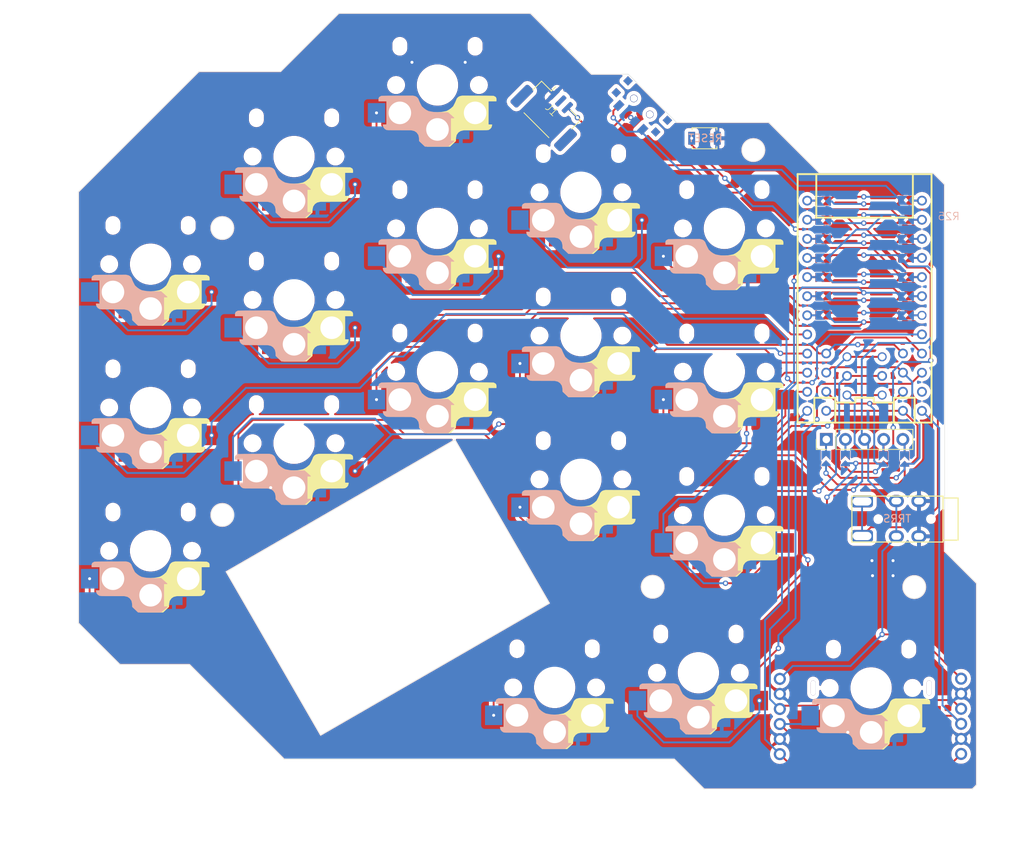
<source format=kicad_pcb>
(kicad_pcb (version 20240108) (generator "pcbnew") (generator_version "8.0")
  (layers (0 "F.Cu" signal) (31 "B.Cu" signal) (34 "B.Paste" user) (35 "F.Paste" user) (36 "B.SilkS" user "B.Silkscreen") (37 "F.SilkS" user "F.Silkscreen") (38 "B.Mask" user) (39 "F.Mask" user) (44 "Edge.Cuts" user))
  (net 0 "")
  (net 1 "/BT+")
  (net 2 "/TX")
  (net 4 "/KEY7")
  (net 5 "/KEY8")
  (net 6 "/KEY4")
  (net 7 "/KEY1")
  (net 8 "/KEY17")
  (net 9 "/KEY13")
  (net 10 "/KEY5")
  (net 11 "/KEY16")
  (net 12 "/KEY11")
  (net 13 "/KEY14")
  (net 14 "/KEY12")
  (net 15 "/KEY18")
  (net 16 "/KEY2")
  (net 17 "/KEY6")
  (net 18 "/KEY3")
  (net 19 "/raw")
  (net 20 "/KEY9")
  (net 21 "/KEY15")
  (net 22 "/reset")
  (net 23 "/KEY10")
  (net 24 "/vcc")
  (net 25 "Net-(nrf52840nano1-P0.31{slash}AIN7)")
  (net 27 "Net-(R13-Pad2)")
  (net 28 "/gnd")
  (net 29 "Net-(nrf52840nano1-P0.06)")
  (net 30 "Net-(nrf52840nano1-P0.17)")
  (net 31 "Net-(R12-Pad2)")
  (net 32 "Net-(nrf52840nano1-P0.02{slash}AIN0)")
  (net 33 "Net-(nrf52840nano1-P0.22)")
  (net 34 "Net-(nrf52840nano1-raw)")
  (net 35 "Net-(nrf52840nano1-P0.29{slash}AIN5)")
  (net 36 "Net-(nrf52840nano1-P0.20)")
  (net 37 "Net-(nrf52840nano1-VCC_EXT)")
  (net 38 "Net-(nrf52840nano1-P0.08)")
  (net 39 "Net-(nrf52840nano1-P0.18{slash}RST)")
  (net 40 "Net-(R18-Pad1)")
  (net 41 "/ad1")
  (net 42 "/ad2")
  (net 43 "/gndf")
  (net 46 "/SPI_SCK")
  (net 47 "/SPI_MOSI")
  (net 48 "/SPI_SS")
  (net 49 "Net-(J3-Pin_2)")
  (net 51 "Net-(J3-Pin_4)")
  (net 52 "Net-(J3-Pin_1)")
  (net 53 "Net-(J3-Pin_5)")
  (footprint "kbd:0r" (layer "F.Cu") (at 170.32 70.85)
    (property "Reference" "R16" (hide yes))
    (property "Value" "Rf" (hide yes))
  )
  (footprint "kbd:keyswitch_choc12_hotswap_1u_swap" (layer "F.Cu") (at 89.05 87.9)
    (property "Reference" "SW12" (hide yes))
    (property "Value" "SW_Push" (hide yes))
  )
  (footprint "kbd:keyswitch_choc12_hotswap_1u_swap" (layer "F.Cu") (at 146.2 59.35)
    (property "Reference" "SW5" (hide yes))
    (property "Value" "SW_Push" (hide yes))
  )
  (footprint "kbd:keyswitch_choc12_hotswap_1u_swap" (layer "F.Cu") (at 89.05 49.8)
    (property "Reference" "SW2" (hide yes))
    (property "Value" "SW_Push" (hide yes))
  )
  (footprint "kbd:xunpu_mx_1.25_3p" (layer "F.Cu") (at 122.910482 43.971751 -45)
    (property "Reference" "J1")
    (property "Value" "Conn_01x03")
  )
  (footprint "kbd:keyswitch_choc12_hotswap_1u_swap" (layer "F.Cu") (at 146.2 97.45)
    (property "Reference" "SW15" (hide yes))
    (property "Value" "SW_Push" (hide yes))
  )
  (footprint "kbd:0r" (layer "F.Cu") (at 159.32 68.31)
    (property "Reference" "R8" (hide yes))
    (property "Value" "Rf" (hide yes))
  )
  (footprint "kbd:0r" (layer "F.Cu") (at 170.32 63.23)
    (property "Reference" "R13" (hide yes))
    (property "Value" "Rf" (hide yes))
  )
  (footprint "kbd:0r" (layer "F.Cu") (at 159.32 65.87)
    (property "Reference" "R7" (hide yes))
    (property "Value" "Rf" (hide yes))
  )
  (footprint "kbd:SPDT_C128955" (layer "F.Cu") (at 135.234823 43.142855 -45)
    (property "Reference" "SW20" (hide yes))
    (property "Value" "Switch_SW_SPDT" (hide yes))
  )
  (footprint "kbd:keyswitch_choc12_hotswap_1u_swap" (layer "F.Cu") (at 127.15 92.7)
    (property "Reference" "SW14" (hide yes))
    (property "Value" "SW_Push" (hide yes))
  )
  (footprint "kbd:0r" (layer "F.Cu") (at 170.32 58.15)
    (property "Reference" "R11" (hide yes))
    (property "Value" "Rf" (hide yes))
  )
  (footprint "kbd:0r" (layer "F.Cu") (at 170.32 60.69)
    (property "Reference" "R12" (hide yes))
    (property "Value" "Rf" (hide yes))
  )
  (footprint "kbd:keyswitch_choc12_hotswap_1u_swap" (layer "F.Cu") (at 70 83.15)
    (property "Reference" "SW6" (hide yes))
    (property "Value" "SW_Push" (hide yes))
  )
  (footprint "kbd:0r" (layer "F.Cu") (at 162.75 103.5 180)
    (property "Reference" "R37" (hide yes))
    (property "Value" "R_Small" (hide yes))
  )
  (footprint "kbd:0r" (layer "F.Cu") (at 159.32 58.25)
    (property "Reference" "R4" (hide yes))
    (property "Value" "Rf" (hide yes))
  )
  (footprint "kbd:keyswitch_choc12_hotswap_1u_swap" (layer "F.Cu") (at 123.66 120.35)
    (property "Reference" "SW16" (hide yes))
    (property "Value" "SW_Push" (hide yes))
  )
  (footprint "kbd:0r" (layer "F.Cu") (at 170.15 89.975 90)
    (property "Reference" "R33" (hide yes))
    (property "Value" "Rf1" (hide yes))
  )
  (footprint "kbd:keyswitch_choc12_hotswap_1u_swap" (layer "F.Cu") (at 146.2 78.4)
    (property "Reference" "SW10" (hide yes))
    (property "Value" "SW_Push" (hide yes))
  )
  (footprint "kbd:keyswitch_choc12_hotswap_1u_swap" (layer "F.Cu") (at 108.1 40.3)
    (property "Reference" "SW3" (hide yes))
    (property "Value" "SW_Push" (hide yes))
  )
  (footprint "kbd:0r" (layer "F.Cu") (at 159.32 63.33)
    (property "Reference" "R6" (hide yes))
    (property "Value" "Rf" (hide yes))
  )
  (footprint "kbd:0r" (layer "F.Cu") (at 170.32 65.77)
    (property "Reference" "R14" (hide yes))
    (property "Value" "Rf" (hide yes))
  )
  (footprint "kbd:keyswitch_choc12_hotswap_1u_swap" (layer "F.Cu") (at 142.750001 118.400001)
    (property "Reference" "SW17" (hide yes))
    (property "Value" "SW_Push" (hide yes))
  )
  (footprint "kbd:keyswitch_choc12_hotswap_1u_swap" (layer "F.Cu") (at 108.1 78.4)
    (property "Reference" "SW13" (hide yes))
    (property "Value" "SW_Push" (hide yes))
  )
  (footprint "kbd:0r" (layer "F.Cu") (at 162.275 89.925 90)
    (property "Reference" "R35" (hide yes))
    (property "Value" "Rf1" (hide yes))
  )
  (footprint "kbd:keyswitch_choc12_hotswap_1u_swap_joy" (layer "F.Cu") (at 165.69 120.41)
    (property "Reference" "U1" (hide yes))
    (property "Value" "~" (hide yes))
  )
  (footprint "kbd:TRRS-PJ-320A-swap" (layer "F.Cu") (at 175.2375 97.925 -90)
    (property "Reference" "J4" (hide yes))
    (property "Value" "AudioJack3" (hide yes))
  )
  (footprint "kbd:0r" (layer "F.Cu") (at 170.32 68.31)
    (property "Reference" "R15" (hide yes))
    (property "Value" "Rf" (hide yes))
  )
  (footprint "kbd:0r" (layer "F.Cu") (at 167.35 89.925 90)
    (property "Reference" "R34" (hide yes))
    (property "Value" "Rf1" (hide yes))
  )
  (footprint "kbd:keyswitch_choc12_hotswap_1u_swap" (layer "F.Cu") (at 127.15 54.55)
    (property "Reference" "SW4" (hide yes))
    (property "Value" "SW_Push" (hide yes))
  )
  (footprint "kbd:52840NANO_V2_swap" (layer "F.Cu") (at 164.82 68.287)
    (property "Reference" "nrf52840nano1" (hide yes))
    (property "Value" "~" (hide yes))
  )
  (footprint "kbd:0r" (layer "F.Cu") (at 159.32 70.85)
    (property "Reference" "R9" (hide yes))
    (property "Value" "Rf" (hide yes))
  )
  (footprint "kbd:SW_SPST_B3U-1000P" (layer "F.Cu") (at 143.56 47.37)
    (property "Reference" "SW19" (hide yes))
    (property "Value" "SW_Push" (hide yes))
  )
  (footprint "kbd:keyswitch_choc12_hotswap_1u_swap" (layer "F.Cu") (at 127.15 73.6)
    (property "Reference" "SW9" (hide yes))
    (property "Value" "SW_Push" (hide yes))
  )
  (footprint "kbd:keyswitch_choc12_hotswap_1u_swap" (layer "F.Cu") (at 70 102.2)
    (property "Reference" "SW11" (hide yes))
    (property "Value" "SW_Push" (hide yes))
  )
  (footprint "kbd:0r" (layer "F.Cu") (at 159.7 89.9 90)
    (property "Reference" "R36" (hide yes))
    (property "Value" "Rf1" (hide yes))
  )
  (footprint "kbd:0r" (layer "F.Cu") (at 159.32 55.71)
    (property "Reference" "R3" (hide yes))
    (property "Value" "Rf" (hide yes))
  )
  (footprint "kbd:0r" (layer "F.Cu") (at 159.32 60.79)
    (property "Reference" "R5" (hide yes))
    (property "Value" "Rf" (hide yes))
  )
  (footprint "kbd:0r" (layer "F.Cu") (at 170.32 55.61)
    (property "Reference" "R10" (hide yes))
    (property "Value" "Rf" (hide yes))
  )
  (footprint "kbd:keyswitch_choc12_hotswap_1u_swap" (layer "F.Cu") (at 108.1 59.35)
    (property "Reference" "SW8" (hide yes))
    (property "Value" "SW_Push" (hide yes))
  )
  (footprint "kbd:keyswitch_choc12_hotswap_1u_swap" (layer "F.Cu") (at 89.05 68.85)
    (property "Reference" "SW7" (hide yes))
    (property "Value" "SW_Push" (hide yes))
  )
  (footprint "Connector_PinHeader_2.54mm:PinHeader_1x05_P2.54mm_Vertical" (layer "F.Cu") (at 159.74 87.39 90)
    (property "Reference" "J3" (hide yes))
    (property "Value" "Conn_01x05" (hide yes))
  )
  (footprint "kbd:keyswitch_choc12_hotswap_1u_swap" (layer "F.Cu") (at 70 64.1)
    (property "Reference" "SW1" (hide yes))
    (property "Value" "SW_Push" (hide yes))
  )
  (footprint "kbd:0r" (layer "F.Cu") (at 162.75 105.5 180)
    (property "Reference" "R37" (hide yes))
    (property "Value" "R_Small" (hide yes))
  )
  (footprint "kbd:0r_reverse" (layer "B.Cu") (at 159.3 55.75 180)
    (property "Reference" "R17" (hide yes))
    (property "Value" "Rb" (hide yes))
  )
  (footprint "kbd:0r" (layer "B.Cu") (at 162.275 89.9 90)
    (property "Reference" "R2" (hide yes))
    (property "Value" "Rb" (hide yes))
  )
  (footprint "kbd:0r_reverse" (layer "B.Cu") (at 159.3 65.82 180)
    (property "Reference" "R21" (hide yes))
    (property "Value" "Rb" (hide yes))
  )
  (footprint "kbd:0r_reverse" (layer "B.Cu") (at 159.3 63.28 180)
    (property "Reference" "R20" (hide yes))
    (property "Value" "Rb" (hide yes))
  )
  (footprint "kbd:0r_reverse" (layer "B.Cu") (at 170.32 55.61 180)
    (property "Reference" "R24" (hide yes))
    (property "Value" "Rb" (hide yes))
  )
  (footprint "kbd:0r_reverse" (layer "B.Cu") (at 159.3 70.9 180)
    (property "Reference" "R23" (hide yes))
    (property "Value" "Rb" (hide yes))
  )
  (footprint "kbd:0r_reverse" (layer "B.Cu") (at 170.32 63.33 180)
    (property "Reference" "R27" (hide yes))
    (property "Value" "Rb" (hide yes))
  )
  (footprint "kbd:0r" (layer "B.Cu") (at 159.7 89.9 90)
    (property "Reference" "R31" (hide yes))
    (property "Value" "Rb2" (hide yes))
  )
  (footprint "kbd:0r_reverse" (layer "B.Cu") (at 159.3 58.3 180)
    (property "Reference" "R18" (hide yes))
    (property "Value" "Rb" (hide yes))
  )
  (footprint "kbd:0r_reverse" (layer "B.Cu") (at 170.32 68.41 180)
    (property "Reference" "R29" (hide yes))
    (property "Value" "Rb" (hide yes))
  )
  (footprint "kbd:0r_reverse" (layer "B.Cu") (at 170.32 65.87 180)
    (property "Reference" "R28" (hide yes))
    (property "Value" "Rb" (hide yes))
  )
  (footprint "kbd:0r_reverse" (layer "B.Cu") (at 159.3 60.74 180)
    (property "Reference" "R19" (hide yes))
    (property "Value" "Rb" (hide yes))
  )
  (footprint "kbd:0r" (layer "B.Cu") (at 170.125 89.975 90)
    (property "Reference" "R32" (hide yes))
    (property "Value" "Rb" (hide yes))
  )
  (footprint "kbd:0r_reverse" (layer "B.Cu") (at 159.3 68.36 180)
    (property "Reference" "R22" (hide yes))
    (property "Value" "Rb" (hide yes))
  )
  (footprint "kbd:0r_reverse" (layer "B.Cu") (at 170.32 58.25 180)
    (property "Reference" "R25")
    (property "Value" "Rb")
  )
  (footprint "kbd:0r" (layer "B.Cu") (at 167.3 89.975 90)
    (property "Reference" "R1" (hide yes))
    (property "Value" "Rb" (hide yes))
  )
  (footprint "kbd:0r_reverse" (layer "B.Cu") (at 170.32 60.79 180)
    (property "Reference" "R26" (hide yes))
    (property "Value" "Rb" (hide yes))
  )
  (footprint "kbd:0r_reverse" (layer "B.Cu") (at 170.32 70.95 180)
    (property "Reference" "R30" (hide yes))
    (property "Value" "Rb" (hide yes))
  )
  (gr_line (start 60.4 54.5) (end 60.4 111.8) (stroke (width 0.05)) (layer "Edge.Cuts"))
  (gr_line (start 139.835826 45.260826) (end 133.428678 38.853678) (stroke (width 0.05)) (layer "Edge.Cuts"))
  (gr_line (start 179.15 133.85) (end 143.5 133.85) (stroke (width 0.05)) (layer "Edge.Cuts"))
  (gr_line (start 75.15 117.309369) (end 65.909369 117.309369) (stroke (width 0.05)) (layer "Edge.Cuts"))
  (gr_circle (center 79.525 97.425) (end 81.025 97.425) (stroke (width 0.05)) (fill none) (layer "Edge.Cuts"))
  (gr_line (start 139.835826 45.260826) (end 152.11 45.260826) (stroke (width 0.05)) (layer "Edge.Cuts"))
  (gr_line (start 175.45 53.5) (end 173.95 52) (stroke (width 0.05)) (layer "Edge.Cuts"))
  (gr_line (start 158.85 52) (end 155 48.15) (stroke (width 0.05)) (layer "Edge.Cuts"))
  (gr_line (start 139.55 129.9) (end 87.75 129.9) (stroke (width 0.05)) (layer "Edge.Cuts"))
  (gr_line (start 173.95 52) (end 158.85 52) (stroke (width 0.05)) (layer "Edge.Cuts"))
  (gr_line (start 60.4 54.5) (end 76.4 38.5) (stroke (width 0.05)) (layer "Edge.Cuts"))
  (gr_poly (pts (xy 80.059898 104.978573) (xy 110.414088 87.453573) (xy 122.939088 109.147509) (xy 92.584898 126.672509)) (stroke (width 0.05)) (fill none) (layer "Edge.Cuts"))
  (gr_circle (center 136.675 106.975) (end 138.175 106.975) (stroke (width 0.05)) (fill none) (layer "Edge.Cuts"))
  (gr_line (start 60.4 111.8) (end 65.909369 117.309369) (stroke (width 0.05)) (layer "Edge.Cuts"))
  (gr_line (start 133.425 38.85) (end 128.55 38.85) (stroke (width 0.05)) (layer "Edge.Cuts"))
  (gr_line (start 179.15 133.85) (end 179.7 133.3) (stroke (width 0.05)) (layer "Edge.Cuts"))
  (gr_line (start 87.75 129.9) (end 75.15 117.309369) (stroke (width 0.05)) (layer "Edge.Cuts"))
  (gr_circle (center 150.048918 48.938918) (end 151.548918 48.938918) (stroke (width 0.05)) (fill none) (layer "Edge.Cuts"))
  (gr_line (start 87.251812 38.498188) (end 76.4 38.498188) (stroke (width 0.05)) (layer "Edge.Cuts"))
  (gr_circle (center 79.525 59.3) (end 81.025 59.3) (stroke (width 0.05)) (fill none) (layer "Edge.Cuts"))
  (gr_line (start 120.45 30.75) (end 95 30.75) (stroke (width 0.05)) (layer "Edge.Cuts"))
  (gr_circle (center 171.42 107.01) (end 172.92 107.01) (stroke (width 0.05)) (fill none) (layer "Edge.Cuts"))
  (gr_line (start 120.45 30.75) (end 128.55 38.85) (stroke (width 0.05)) (layer "Edge.Cuts"))
  (gr_line (start 179.7 133.3) (end 179.7 106.5) (stroke (width 0.05)) (layer "Edge.Cuts"))
  (gr_line (start 143.5 133.85) (end 139.550092 129.900092) (stroke (width 0.05)) (layer "Edge.Cuts"))
  (gr_line (start 95 30.75) (end 87.251812 38.498188) (stroke (width 0.05)) (layer "Edge.Cuts"))
  (gr_line (start 152.110826 45.260826) (end 155 48.15) (stroke (width 0.05)) (layer "Edge.Cuts"))
  (gr_line (start 179.7 106.5) (end 175.45 102.25) (stroke (width 0.05)) (layer "Edge.Cuts"))
  (gr_line (start 175.45 102.25) (end 175.45 53.5) (stroke (width 0.05)) (layer "Edge.Cuts"))
  (segment (start 133.77 44.62) (end 133.77 44.612525) (width 0.25) (layer "F.Cu") (net 1))
  (segment (start 126.685 44.635) (end 125.35 43.3) (width 0.25) (layer "F.Cu") (net 1))
  (segment (start 127.795558 45.745558) (end 126.685 44.635) (width 0.25) (layer "F.Cu") (net 1))
  (segment (start 133.77 44.612525) (end 133.237246 44.079771) (width 0.25) (layer "F.Cu") (net 1))
  (segment (start 133.237246 44.079771) (end 131.571459 45.745558) (width 0.25) (layer "F.Cu") (net 1))
  (segment (start 131.571459 45.745558) (end 127.795558 45.745558) (width 0.25) (layer "F.Cu") (net 1))
  (via (at 126.685 44.635) (size 0.7) (drill 0.4) (layers "F.Cu" "B.Cu") (net 1))
  (via (at 133.77 44.62) (size 0.7) (drill 0.4) (layers "F.Cu" "B.Cu") (net 1))
  (segment (start 134.297907 45.140432) (end 134.290432 45.140432) (width 0.25) (layer "B.Cu") (net 1))
  (segment (start 134.290432 45.140432) (end 133.77 44.62) (width 0.25) (layer "B.Cu") (net 1))
  (segment (start 125.35 43.3) (end 126.685 44.635) (width 0.25) (layer "B.Cu") (net 1))
  (segment (start 169.18 56.1) (end 164.71 56.1) (width 0.25) (layer "F.Cu") (net 2))
  (segment (start 173.86 97.08) (end 172.97 97.08) (width 0.25) (layer "F.Cu") (net 2))
  (segment (start 169.67 55.61) (end 169.18 56.1) (width 0.25) (layer "F.Cu") (net 2))
  (segment (start 172.97 97.08) (end 170.99 99.06) (width 0.25) (layer "F.Cu") (net 2))
  (segment (start 165.583516 100.2375) (end 164.5875 100.2375) (width 0.25) (layer "F.Cu") (net 2))
  (segment (start 172.95 56.85) (end 174.55 58.45) (width 0.25) (layer "F.Cu") (net 2))
  (segment (start 169.18 56.1) (end 169.93 56.85) (width 0.25) (layer "F.Cu") (net 2))
  (segment (start 174.55 96.39) (end 173.86 97.08) (width 0.25) (layer "F.Cu") (net 2))
  (segment (start 165.6525 99.06) (end 164.4875 100.225) (width 0.25) (layer "F.Cu") (net 2))
  (segment (start 170.99 99.06) (end 165.6525 99.06) (width 0.25) (layer "F.Cu") (net 2))
  (segment (start 169.93 56.85) (end 172.95 56.85) (width 0.25) (layer "F.Cu") (net 2))
  (segment (start 174.55 58.45) (end 174.55 96.39) (width 0.25) (layer "F.Cu") (net 2))
  (via (at 164.71 56.1) (size 0.7) (drill 0.4) (layers "F.Cu" "B.Cu") (net 2))
  (segment (start 160.8 56.1) (end 160.45 55.75) (width 0.25) (layer "B.Cu") (net 2))
  (segment (start 164.71 56.1) (end 160.8 56.1) (width 0.25) (layer "B.Cu") (net 2))
  (segment (start 160.45 55.75) (end 159.95 55.75) (width 0.25) (layer "B.Cu") (net 2))
  (segment (start 164.4875 95.625) (end 164.4875 100.225) (width 0.25) (layer "B.Cu") (net 2))
  (segment (start 119.65 70.85) (end 98.85 70.85) (width 0.25) (layer "F.Cu") (net 4))
  (segment (start 98.85 70.85) (end 97.15 72.55) (width 0.25) (layer "F.Cu") (net 4))
  (segment (start 120.475 70.025) (end 119.65 70.85) (width 0.25) (layer "F.Cu") (net 4))
  (segment (start 155.09 73.44) (end 151.675 70.025) (width 0.25) (layer "F.Cu") (net 4))
  (segment (start 157.2 73.44) (end 155.09 73.44) (width 0.25) (layer "F.Cu") (net 4))
  (segment (start 151.675 70.025) (end 120.475 70.025) (width 0.25) (layer "F.Cu") (net 4))
  (via (at 97.15 72.55) (size 0.7) (drill 0.4) (layers "F.Cu" "B.Cu") (net 4))
  (segment (start 85.7 77.3) (end 94.8 77.3) (width 0.25) (layer "B.Cu") (net 4))
  (segment (start 97.15 74.95) (end 97.15 72.55) (width 0.25) (layer "B.Cu") (net 4))
  (segment (start 80.95 72.55) (end 85.7 77.3) (width 0.25) (layer "B.Cu") (net 4))
  (segment (start 94.8 77.3) (end 97.15 74.95) (width 0.25) (layer "B.Cu") (net 4))
  (segment (start 134.45 65.25) (end 118.4 65.25) (width 0.25) (layer "F.Cu") (net 5))
  (segment (start 156.2 69.6) (end 154.95 68.35) (width 0.25) (layer "F.Cu") (net 5))
  (segment (start 164.71 70.55) (end 160.37 70.55) (width 0.25) (layer "F.Cu") (net 5))
  (segment (start 154.95 68.35) (end 137.55 68.35) (width 0.25) (layer "F.Cu") (net 5))
  (segment (start 118.4 65.25) (end 116.2 63.05) (width 0.25) (layer "F.Cu") (net 5))
  (segment (start 160.37 70.55) (end 160.07 70.85) (width 0.25) (layer "F.Cu") (net 5))
  (segment (start 158.82 69.6) (end 156.2 69.6) (width 0.25) (layer "F.Cu") (net 5))
  (segment (start 160.07 70.85) (end 158.82 69.6) (width 0.25) (layer "F.Cu") (net 5))
  (segment (start 137.55 68.35) (end 134.45 65.25) (width 0.25) (layer "F.Cu") (net 5))
  (via (at 116.2 63.05) (size 0.7) (drill 0.4) (layers "F.Cu" "B.Cu") (net 5))
  (via (at 164.71 70.55) (size 0.7) (drill 0.4) (layers "F.Cu" "B.Cu") (net 5))
  (segment (start 113.65 68.2) (end 116.2 65.65) (width 0.25) (layer "B.Cu") (net 5))
  (segment (start 100 63.05) (end 100 63.4) (width 0.25) (layer "B.Cu") (net 5))
  (segment (start 169.57 70.95) (end 169.17 70.55) (width 0.25) (layer "B.Cu") (net 5))
  (segment (start 169.17 70.55) (end 164.71 70.55) (width 0.25) (layer "B.Cu") (net 5))
  (segment (start 100 63.4) (end 104.8 68.2) (width 0.25) (layer "B.Cu") (net 5))
  (segment (start 116.2 65.65) (end 116.2 63.05) (width 0.25) (layer "B.Cu") (net 5))
  (segment (start 104.8 68.2) (end 113.65 68.2) (width 0.25) (layer "B.Cu") (net 5))
  (segment (start 155.15 79.85) (end 157.85 79.85) (width 0.25) (layer "F.Cu") (net 6))
  (segment (start 154.5875 79.2875) (end 155.15 79.85) (width 0.25) (layer "F.Cu") (net 6))
  (via (at 157.85 79.85) (size 0.7) (drill 0.4) (layers "F.Cu" "B.Cu") (net 6))
  (via (at 154.5875 79.2875) (size 0.7) (drill 0.4) (layers "F.Cu" "B.Cu") (net 6))
  (via (at 135.25 58.25) (size 0.7) (drill 0.4) (layers "F.Cu" "B.Cu") (net 6))
  (segment (start 134 64.55) (end 135.25 63.3) (width 0.25) (layer "B.Cu") (net 6))
  (segment (start 154.45 73.95) (end 151.85 71.35) (width 0.25) (layer "B.Cu") (net 6))
  (segment (start 135.25 63.3) (end 135.25 58.25) (width 0.25) (layer "B.Cu") (net 6))
  (segment (start 158.5 75.2) (end 160.26 73.44) (width 0.25) (layer "B.Cu") (net 6))
  (segment (start 125.35 64.55) (end 119.05 58.25) (width 0.25) (layer "B.Cu") (net 6))
  (segment (start 140.8 71.35) (end 134 64.55) (width 0.25) (layer "B.Cu") (net 6))
  (segment (start 157.85 79.85) (end 158.5 79.2) (width 0.25) (layer "B.Cu") (net 6))
  (segment (start 158.5 79.2) (end 158.5 75.2) (width 0.25) (layer "B.Cu") (net 6))
  (segment (start 134 64.55) (end 125.35 64.55) (width 0.25) (layer "B.Cu") (net 6))
  (segment (start 160.26 73.44) (end 172.44 73.44) (width 0.25) (layer "B.Cu") (net 6))
  (segment (start 151.85 71.35) (end 140.8 71.35) (width 0.25) (layer "B.Cu") (net 6))
  (segment (start 154.5875 79.2875) (end 154.45 79.15) (width 0.25) (layer "B.Cu") (net 6))
  (segment (start 154.45 79.15) (end 154.45 73.95) (width 0.25) (layer "B.Cu") (net 6))
  (segment (start 152.65 69.3) (end 135.45 69.3) (width 0.25) (layer "F.Cu") (net 7))
  (segment (start 94.25 65.85) (end 80.05 65.85) (width 0.25) (layer "F.Cu") (net 7))
  (segment (start 168.72 71.8) (end 169.67 70.85) (width 0.25) (layer "F.Cu") (net 7))
  (segment (start 164.71 71.8) (end 168.72 71.8) (width 0.25) (layer "F.Cu") (net 7))
  (segment (start 135.45 69.3) (end 132.35 66.2) (width 0.25) (layer "F.Cu") (net 7))
  (segment (start 132.35 66.2) (end 121.3 66.2) (width 0.25) (layer "F.Cu") (net 7))
  (segment (start 164.21 72.3) (end 155.65 72.3) (width 0.25) (layer "F.Cu") (net 7))
  (segment (start 118.7 68.8) (end 97.2 68.8) (width 0.25) (layer "F.Cu") (net 7))
  (segment (start 121.3 66.2) (end 118.7 68.8) (width 0.25) (layer "F.Cu") (net 7))
  (segment (start 80.05 65.85) (end 78.1 67.8) (width 0.25) (layer "F.Cu") (net 7))
  (segment (start 97.2 68.8) (end 94.25 65.85) (width 0.25) (layer "F.Cu") (net 7))
  (segment (start 155.65 72.3) (end 152.65 69.3) (width 0.25) (layer "F.Cu") (net 7))
  (segment (start 164.71 71.8) (end 164.21 72.3) (width 0.25) (layer "F.Cu") (net 7))
  (via (at 164.71 71.8) (size 0.7) (drill 0.4) (layers "F.Cu" "B.Cu") (net 7))
  (via (at 78.1 67.8) (size 0.7) (drill 0.4) (layers "F.Cu" "B.Cu") (net 7))
  (segment (start 61.9 67.8) (end 67 72.9) (width 0.25) (layer "B.Cu") (net 7))
  (segment (start 159.95 70.9) (end 160.85 71.8) (width 0.25) (layer "B.Cu") (net 7))
  (segment (start 78.1 69.5) (end 78.1 67.8) (width 0.25) (layer "B.Cu") (net 7))
  (segment (start 160.85 71.8) (end 164.71 71.8) (width 0.25) (layer "B.Cu") (net 7))
  (segment (start 67 72.9) (end 74.7 72.9) (width 0.25) (layer "B.Cu") (net 7))
  (segment (start 74.7 72.9) (end 78.1 69.5) (width 0.25) (layer "B.Cu") (net 7))
  (segment (start 150.85 117.673834) (end 150.85 122.100001) (width 0.25) (layer "F.Cu") (net 8))
  (segment (start 153.375 115.148834) (end 150.85 117.673834) (width 0.25) (layer "F.Cu") (net 8))
  (via (at 150.85 122.100001) (size 0.7) (drill 0.4) (layers "F.Cu" "B.Cu") (net 8))
  (via (at 153.375 115.148834) (size 0.7) (drill 0.4) (layers "F.Cu" "B.Cu") (net 8))
  (segment (start 134.65 122.100001) (end 134.65 124.15) (width 0.25) (layer "B.Cu") (net 8))
  (segment (start 138.15 127.65) (end 146.85 127.65) (width 0.25) (layer "B.Cu") (net 8))
  (segment (start 155.65 85.15) (end 157.2 83.6) (width 0.25) (layer "B.Cu") (net 8))
  (segment (start 146.85 127.65) (end 150.85 123.65) (width 0.25) (layer "B.Cu") (net 8))
  (segment (start 155.65 111.15) (end 155.65 85.15) (width 0.25) (layer "B.Cu") (net 8))
  (segment (start 153.375 113.425) (end 155.65 111.15) (width 0.25) (layer "B.Cu") (net 8))
  (segment (start 150.85 123.65) (end 150.85 122.100001) (width 0.25) (layer "B.Cu") (net 8))
  (segment (start 153.375 115.148834) (end 153.375 113.425) (width 0.25) (layer "B.Cu") (net 8))
  (segment (start 134.65 124.15) (end 138.15 127.65) (width 0.25) (layer "B.Cu") (net 8))
  (segment (start 168.743 74.8) (end 163.925 74.8) (width 0.25) (layer "F.Cu") (net 9))
  (segment (start 117.45 74.55) (end 121.45 70.55) (width 0.25) (layer "F.Cu") (net 9))
  (segment (start 121.45 70.55) (end 134.35 70.55) (width 0.25) (layer "F.Cu") (net 9))
  (segment (start 116.9 75.1) (end 103.05 75.1) (width 0.25) (layer "F.Cu") (net 9))
  (segment (start 103.05 75.1) (end 100 78.15) (width 0.25) (layer "F.Cu") (net 9))
  (segment (start 116.2 75.8) (end 117.45 74.55) (width 0.25) (layer "F.Cu") (net 9))
  (segment (start 134.35 70.55) (end 138.625 74.825) (width 0.25) (layer "F.Cu") (net 9))
  (segment (start 157.625 74.825) (end 158.772 75.972) (width 0.25) (layer "F.Cu") (net 9))
  (segment (start 138.625 74.825) (end 157.625 74.825) (width 0.25) (layer "F.Cu") (net 9))
  (segment (start 116.2 82.1) (end 116.2 75.8) (width 0.25) (layer "F.Cu") (net 9))
  (segment (start 117.45 74.55) (end 116.9 75.1) (width 0.25) (layer "F.Cu") (net 9))
  (segment (start 158.772 75.972) (end 159.725 75.972) (width 0.25) (layer "F.Cu") (net 9))
  (segment (start 100 78.15) (end 100 82.1) (width 0.25) (layer "F.Cu") (net 9))
  (segment (start 169.915 75.972) (end 168.743 74.8) (width 0.25) (layer "F.Cu") (net 9))
  (via (at 100 82.1) (size 0.7) (drill 0.4) (layers "F.Cu" "B.Cu") (net 9))
  (via (at 163.925 74.8) (size 0.7) (drill 0.4) (layers "F.Cu" "B.Cu") (net 9))
  (segment (start 163.925 74.8) (end 160.897 74.8) (width 0.25) (layer "B.Cu") (net 9))
  (segment (start 160.897 74.8) (end 159.725 75.972) (width 0.25) (layer "B.Cu") (net 9))
  (segment (start 154.025 67.275) (end 153.575 66.825) (width 0.25) (layer "F.Cu") (net 10))
  (segment (start 168.635 67.275) (end 154.025 67.275) (width 0.25) (layer "F.Cu") (net 10))
  (segment (start 153.575 63.775) (end 154.3 63.05) (width 0.25) (layer "F.Cu") (net 10))
  (segment (start 141.975 67.275) (end 138.1 63.4) (width 0.25) (layer "F.Cu") (net 10))
  (segment (start 164.71 68.9) (end 169.08 68.9) (width 0.25) (layer "F.Cu") (net 10))
  (segment (start 169.08 68.9) (end 169.67 68.31) (width 0.25) (layer "F.Cu") (net 10))
  (segment (start 153.575 66.825) (end 153.575 63.775) (width 0.25) (layer "F.Cu") (net 10))
  (segment (start 154.025 67.275) (end 141.975 67.275) (width 0.25) (layer "F.Cu") (net 10))
  (segment (start 138.1 63.4) (end 138.1 63.05) (width 0.25) (layer "F.Cu") (net 10))
  (segment (start 169.67 68.31) (end 168.635 67.275) (width 0.25) (layer "F.Cu") (net 10))
  (via (at 164.71 68.9) (size 0.7) (drill 0.4) (layers "F.Cu" "B.Cu") (net 10))
  (via (at 138.1 63.05) (size 0.7) (drill 0.4) (layers "F.Cu" "B.Cu") (net 10))
  (segment (start 160.49 68.9) (end 164.71 68.9) (width 0.25) (layer "B.Cu") (net 10))
  (segment (start 159.95 68.36) (end 160.49 68.9) (width 0.25) (layer "B.Cu") (net 10))
  (segment (start 131.75 115.1) (end 131.76 115.11) (width 0.25) (layer "F.Cu") (net 11))
  (segment (start 136.07 110.78) (end 129.5 117.35) (width 0.25) (layer "F.Cu") (net 11))
  (segment (start 158.5 84.725) (end 158.5 80.475) (width 0.25) (layer "F.Cu") (net 11))
  (segment (start 158.5 80.475) (end 158.975 80) (width 0.25) (layer "F.Cu") (net 11))
  (segment (start 170.96 80) (end 172.44 78.52) (width 0.25) (layer "F.Cu") (net 11))
  (segment (start 157.3 104.4) (end 150.92 110.78) (width 0.25) (layer "F.Cu") (net 11))
  (segment (start 118.35 117.35) (end 115.56 120.14) (width 0.25) (layer "F.Cu") (net 11))
  (segment (start 150.92 110.78) (end 136.07 110.78) (width 0.25) (layer "F.Cu") (net 11))
  (segment (start 131.76 115.11) (end 131.76 124.05) (width 0.25) (layer "F.Cu") (net 11))
  (segment (start 129.5 117.35) (end 118.35 117.35) (width 0.25) (layer "F.Cu") (net 11))
  (segment (start 158.975 80) (end 170.96 80) (width 0.25) (layer "F.Cu") (net 11))
  (segment (start 115.56 120.14) (end 115.56 124.05) (width 0.25) (layer "F.Cu") (net 11))
  (segment (start 157.3 103.4) (end 157.3 104.4) (width 0.25) (layer "F.Cu") (net 11))
  (via (at 158.5 84.725) (size 0.7) (drill 0.4) (layers "F.Cu" "B.Cu") (net 11))
  (via (at 115.56 124.05) (size 0.7) (drill 0.4) (layers "F.Cu" "B.Cu") (net 11))
  (via (at 157.3 103.4) (size 0.7) (drill 0.4) (layers "F.Cu" "B.Cu") (net 11))
  (segment (start 156.525 86.7) (end 156.525 102.625) (width 0.25) (layer "B.Cu") (net 11))
  (segment (start 156.525 102.625) (end 157.3 103.4) (width 0.25) (layer "B.Cu") (net 11))
  (segment (start 158.5 84.725) (end 156.525 86.7) (width 0.25) (layer "B.Cu") (net 11))
  (segment (start 66 112.9) (end 61.9 108.8) (width 0.25) (layer "F.Cu") (net 12))
  (segment (start 103.675 86.675) (end 101.8 84.8) (width 0.25) (layer "F.Cu") (net 12))
  (segment (start 117.15 89.5) (end 114.325 86.675) (width 0.25) (layer "F.Cu") (net 12))
  (segment (start 78.1 105.9) (end 78.1 109.7) (width 0.25) (layer "F.Cu") (net 12))
  (segment (start 74.9 112.9) (end 66 112.9) (width 0.25) (layer "F.Cu") (net 12))
  (segment (start 167.151 81.497) (end 162.489 81.497) (width 0.25) (layer "F.Cu") (net 12))
  (segment (start 81.66 100.615) (end 78.1 104.175) (width 0.25) (layer "F.Cu") (net 12))
  (segment (start 160.1 94.1) (end 155.5 89.5) (width 0.25) (layer "F.Cu") (net 12))
  (segment (start 83.575 84.8) (end 81.66 86.715) (width 0.25) (layer "F.Cu") (net 12))
  (segment (start 163.35 94.1) (end 160.1 94.1) (width 0.25) (layer "F.Cu") (net 12))
  (segment (start 78.1 109.7) (end 74.9 112.9) (width 0.25) (layer "F.Cu") (net 12))
  (segment (start 81.66 86.715) (end 81.66 100.615) (width 0.25) (layer "F.Cu") (net 12))
  (segment (start 155.5 89.5) (end 117.15 89.5) (width 0.25) (layer "F.Cu") (net 12))
  (segment (start 114.325 86.675) (end 103.675 86.675) (width 0.25) (layer "F.Cu") (net 12))
  (segment (start 61.9 108.8) (end 61.9 105.9) (width 0.25) (layer "F.Cu") (net 12))
  (segment (start 101.8 84.8) (end 83.575 84.8) (width 0.25) (layer "F.Cu") (net 12))
  (segment (start 78.1 104.175) (end 78.1 105.9) (width 0.25) (layer "F.Cu") (net 12))
  (via (at 61.9 105.9) (size 0.7) (drill 0.4) (layers "F.Cu" "B.Cu") (net 12))
  (via (at 163.35 94.1) (size 0.7) (drill 0.4) (layers "F.Cu" "B.Cu") (net 12))
  (segment (start 164.5 92.95) (end 164.5 88.95) (width 0.25) (layer "B.Cu") (net 12))
  (segment (start 163.5 82.508) (end 162.489 81.497) (width 0.25) (layer "B.Cu") (net 12))
  (segment (start 164.5 88.95) (end 163.5 87.95) (width 0.25) (layer "B.Cu") (net 12))
  (segment (start 163.5 87.95) (end 163.5 82.508) (width 0.25) (layer "B.Cu") (net 12))
  (segment (start 163.35 94.1) (end 164.5 92.95) (width 0.25) (layer "B.Cu") (net 12))
  (segment (start 119.05 97.7) (end 119.05 96.4) (width 0.25) (layer "F.Cu") (net 13))
  (segment (start 131.05 101.9) (end 123.25 101.9) (width 0.25) (layer "F.Cu") (net 13))
  (segment (start 135.25 96.4) (end 135.25 97.7) (width 0.25) (layer "F.Cu") (net 13))
  (segment (start 137.4 94.25) (end 135.25 96.4) (width 0.25) (layer "F.Cu") (net 13))
  (segment (start 158.75 94.25) (end 137.4 94.25) (width 0.25) (layer "F.Cu") (net 13))
  (segment (start 123.25 101.9) (end 119.05 97.7) (width 0.25) (layer "F.Cu") (net 13))
  (segment (start 162.489 78.957) (end 167.151 78.957) (width 0.25) (layer "F.Cu") (net 13))
  (segment (start 135.25 97.7) (end 131.05 101.9) (width 0.25) (layer "F.Cu") (net 13))
  (via (at 158.75 94.25) (size 0.7) (drill 0.4) (layers "F.Cu" "B.Cu") (net 13))
  (via (at 119.05 96.4) (size 0.7) (drill 0.4) (layers "F.Cu" "B.Cu") (net 13))
  (segment (start 161.45 79.996) (end 162.489 78.957) (width 0.25) (layer "B.Cu") (net 13))
  (segment (start 161.025 87.054009) (end 161.45 86.629009) (width 0.25) (layer "B.Cu") (net 13))
  (segment (start 161.45 86.629009) (end 161.45 79.996) (width 0.25) (layer "B.Cu") (net 13))
  (segment (start 158.75 94.25) (end 161.025 91.975) (width 0.25) (layer "B.Cu") (net 13))
  (segment (start 161.025 91.975) (end 161.025 87.054009) (width 0.25) (layer "B.Cu") (net 13))
  (segment (start 132.4 85.35) (end 116.25 85.35) (width 0.25) (layer "F.Cu") (net 14))
  (segment (start 167.151 76.417) (end 162.489 76.417) (width 0.25) (layer "F.Cu") (net 14))
  (segment (start 159.9 85.6) (end 155.1 85.6) (width 0.25) (layer "F.Cu") (net 14))
  (segment (start 155.1 85.6) (end 151.75 88.95) (width 0.25) (layer "F.Cu") (net 14))
  (segment (start 136 88.95) (end 132.4 85.35) (width 0.25) (layer "F.Cu") (net 14))
  (segment (start 151.75 88.95) (end 136 88.95) (width 0.25) (layer "F.Cu") (net 14))
  (via (at 116.25 85.35) (size 0.7) (drill 0.4) (layers "F.Cu" "B.Cu") (net 14))
  (via (at 97.15 91.6) (size 0.7) (drill 0.4) (layers "F.Cu" "B.Cu") (net 14))
  (via (at 159.9 85.6) (size 0.7) (drill 0.4) (layers "F.Cu" "B.Cu") (net 14))
  (segment (start 101.9625 86.7875) (end 97.15 91.6) (width 0.25) (layer "B.Cu") (net 14))
  (segment (start 160.9 78.006) (end 162.489 76.417) (width 0.25) (layer "B.Cu") (net 14))
  (segment (start 80.95 87.1) (end 80.95 91.6) (width 0.25) (layer "B.Cu") (net 14))
  (segment (start 160.9 84.6) (end 160.9 78.006) (width 0.25) (layer "B.Cu") (net 14))
  (segment (start 114.9 86.7) (end 102.05 86.7) (width 0.25) (layer "B.Cu") (net 14))
  (segment (start 101.9625 86.7875) (end 99.8 84.625) (width 0.25) (layer "B.Cu") (net 14))
  (segment (start 159.9 85.6) (end 160.9 84.6) (width 0.25) (layer "B.Cu") (net 14))
  (segment (start 83.425 84.625) (end 80.95 87.1) (width 0.25) (layer "B.Cu") (net 14))
  (segment (start 102.05 86.7) (end 101.9625 86.7875) (width 0.25) (layer "B.Cu") (net 14))
  (segment (start 116.25 85.35) (end 114.9 86.7) (width 0.25) (layer "B.Cu") (net 14))
  (segment (start 99.8 84.625) (end 83.425 84.625) (width 0.25) (layer "B.Cu") (net 14))
  (segment (start 176.565 124.11) (end 177.64 125.185) (width 0.25) (layer "F.Cu") (net 15))
  (segment (start 153.565 125.21) (end 158.255 129.9) (width 0.25) (layer "F.Cu") (net 15))
  (segment (start 158.255 129.9) (end 172.625 129.9) (width 0.25) (layer "F.Cu") (net 15))
  (segment (start 173.79 124.11) (end 176.565 124.11) (width 0.25) (layer "F.Cu") (net 15))
  (segment (start 172.625 129.9) (end 173.79 128.735) (width 0.25) (layer "F.Cu") (net 15))
  (segment (start 173.79 128.735) (end 173.79 124.11) (width 0.25) (layer "F.Cu") (net 15))
  (segment (start 174.73 117.205) (end 175.175 117.65) (width 0.25) (layer "B.Cu") (net 15))
  (segment (start 174.73 85.89) (end 174.73 117.205) (width 0.25) (layer "B.Cu") (net 15))
  (segment (start 175.175 122.725) (end 177.635 125.185) (width 0.25) (layer "B.Cu") (net 15))
  (segment (start 177.635 125.185) (end 177.64 125.185) (width 0.25) (layer "B.Cu") (net 15))
  (segment (start 175.175 117.65) (end 175.175 122.725) (width 0.25) (layer "B.Cu") (net 15))
  (segment (start 156.49 125.21) (end 157.59 124.11) (width 0.25) (layer "B.Cu") (net 15))
  (segment (start 153.565 125.21) (end 156.49 125.21) (width 0.25) (layer "B.Cu") (net 15))
  (segment (start 172.44 83.6) (end 174.73 85.89) (width 0.25) (layer "B.Cu") (net 15))
  (segment (start 169.67 65.77) (end 165.85 61.95) (width 0.25) (layer "F.Cu") (net 16))
  (segment (start 168.94 66.5) (end 169.67 65.77) (width 0.25) (layer "F.Cu") (net 16))
  (segment (start 122.3 51.47) (end 121.89 51.88) (width 0.25) (layer "F.Cu") (net 16))
  (segment (start 149.74 57.74) (end 147.9 55.9) (width 0.25) (layer "F.Cu") (net 16))
  (segment (start 152.5 57.74) (end 149.74 57.74) (width 0.25) (layer "F.Cu") (net 16))
  (segment (start 147.9 55.9) (end 138.14 55.9) (width 0.25) (layer "F.Cu") (net 16))
  (segment (start 99.18 51.47) (end 97.15 53.5) (width 0.25) (layer "F.Cu") (net 16))
  (segment (start 156.71 61.95) (end 152.5 57.74) (width 0.25) (layer "F.Cu") (net 16))
  (segment (start 104.29 51.88) (end 103.88 51.47) (width 0.25) (layer "F.Cu") (net 16))
  (segment (start 103.88 51.47) (end 99.18 51.47) (width 0.25) (layer "F.Cu") (net 16))
  (segment (start 164.7 66.5) (end 168.94 66.5) (width 0.25) (layer "F.Cu") (net 16))
  (segment (start 133.71 51.47) (end 122.3 51.47) (width 0.25) (layer "F.Cu") (net 16))
  (segment (start 138.14 55.9) (end 133.71 51.47) (width 0.25) (layer "F.Cu") (net 16))
  (segment (start 121.89 51.88) (end 104.29 51.88) (width 0.25) (layer "F.Cu") (net 16))
  (segment (start 165.85 61.95) (end 156.71 61.95) (width 0.25) (layer "F.Cu") (net 16))
  (via (at 97.15 53.5) (size 0.7) (drill 0.4) (layers "F.Cu" "B.Cu") (net 16))
  (via (at 164.7 66.5) (size 0.7) (drill 0.4) (layers "F.Cu" "B.Cu") (net 16))
  (segment (start 93.65 58.55) (end 97.15 55.05) (width 0.25) (layer "B.Cu") (net 16))
  (segment (start 80.95 53.5) (end 86 58.55) (width 0.25) (layer "B.Cu") (net 16))
  (segment (start 164.7 66.5) (end 160.63 66.5) (width 0.25) (layer "B.Cu") (net 16))
  (segment (start 160.63 66.5) (end 159.95 65.82) (width 0.25) (layer "B.Cu") (net 16))
  (segment (start 86 58.55) (end 93.65 58.55) (width 0.25) (layer "B.Cu") (net 16))
  (segment (start 97.15 55.05) (end 97.15 53.5) (width 0.25) (layer "B.Cu") (net 16))
  (segment (start 153.68 75.98) (end 157.2 75.98) (width 0.25) (layer "F.Cu") (net 17))
  (segment (start 153.65 75.95) (end 153.68 75.98) (width 0.25) (layer "F.Cu") (net 17))
  (via (at 78.1 86.85) (size 0.7) (drill 0.4) (layers "F.Cu" "B.Cu") (net 17))
  (via (at 153.65 75.95) (size 0.7) (drill 0.4) (layers "F.Cu" "B.Cu") (net 17))
  (segment (start 132.775 70.725) (end 109.225 70.725) (width 0.25) (layer "B.Cu") (net 17))
  (segment (start 153.65 75.95) (end 153 75.3) (width 0.25) (layer "B.Cu") (net 17))
  (segment (start 103.575 76.375) (end 101.975 76.375) (width 0.25) (layer "B.Cu") (net 17))
  (segment (start 78.1 88.15) (end 78.1 86.85) (width 0.25) (layer "B.Cu") (net 17))
  (segment (start 97.8 80.55) (end 82.65 80.55) (width 0.25) (layer "B.Cu") (net 17))
  (segment (start 109.225 70.725) (end 103.575 76.375) (width 0.25) (layer "B.Cu") (net 17))
  (segment (start 153 75.3) (end 137.35 75.3) (width 0.25) (layer "B.Cu") (net 17))
  (segment (start 101.975 76.375) (end 97.8 80.55) (width 0.25) (layer "B.Cu") (net 17))
  (segment (start 82.65 80.55) (end 78.1 85.1) (width 0.25) (layer "B.Cu") (net 17))
  (segment (start 66.9 91.85) (end 74.4 91.85) (width 0.25) (layer "B.Cu") (net 17))
  (segment (start 137.35 75.3) (end 132.775 70.725) (width 0.25) (layer "B.Cu") (net 17))
  (segment (start 74.4 91.85) (end 78.1 88.15) (width 0.25) (layer "B.Cu") (net 17))
  (segment (start 61.9 86.85) (end 66.9 91.85) (width 0.25) (layer "B.Cu") (net 17))
  (segment (start 78.1 85.1) (end 78.1 86.85) (width 0.25) (layer "B.Cu") (net 17))
  (segment (start 169.67 58.15) (end 168.32 56.8) (width 0.25) (layer "F.Cu") (net 18))
  (segment (start 169.17 58.65) (end 164.71 58.65) (width 0.25) (layer "F.Cu") (net 18))
  (segment (start 116.2 46.08) (end 116.2 44) (width 0.25) (layer "F.Cu") (net 18))
  (segment (start 152.81 52.4) (end 150.46 52.4) (width 0.25) (layer "F.Cu") (net 18))
  (segment (start 148.26 54.6) (end 145.45 54.6) (width 0.25) (layer "F.Cu") (net 18))
  (segment (start 155.48 56.8) (end 154.91 56.23) (width 0.25) (layer "F.Cu") (net 18))
  (segment (start 100 45.95) (end 100 44) (width 0.25) (layer "F.Cu") (net 18))
  (segment (start 169.67 58.15) (end 169.17 58.65) (width 0.25) (layer "F.Cu") (net 18))
  (segment (start 154.91 54.5) (end 152.81 52.4) (width 0.25) (layer "F.Cu") (net 18))
  (segment (start 141.81 50.96) (end 121.08 50.96) (width 0.25) (layer "F.Cu") (net 18))
  (segment (start 120.985 50.865) (end 104.915 50.865) (width 0.25) (layer "F.Cu") (net 18))
  (segment (start 121.08 50.96) (end 116.2 46.08) (width 0.25) (layer "F.Cu") (net 18))
  (segment (start 145.45 54.6) (end 141.81 50.96) (width 0.25) (layer "F.Cu") (net 18))
  (segment (start 168.32 56.8) (end 155.48 56.8) (width 0.25) (layer "F.Cu") (net 18))
  (segment (start 121.08 50.96) (end 120.985 50.865) (width 0.25) (layer "F.Cu") (net 18))
  (segment (start 154.91 56.23) (end 154.91 54.5) (width 0.25) (layer "F.Cu") (net 18))
  (segment (start 104.915 50.865) (end 100 45.95) (width 0.25) (layer "F.Cu") (net 18))
  (segment (start 150.46 52.4) (end 148.26 54.6) (width 0.25) (layer "F.Cu") (net 18))
  (via (at 100 44) (size 0.7) (drill 0.4) (layers "F.Cu" "B.Cu") (net 18))
  (via (at 164.71 58.65) (size 0.7) (drill 0.4) (layers "F.Cu" "B.Cu") (net 18))
  (segment (start 160.4 58.3) (end 159.95 58.3) (width 0.25) (layer "B.Cu") (net 18))
  (segment (start 160.75 58.65) (end 160.4 58.3) (width 0.25) (layer "B.Cu") (net 18))
  (segment (start 164.71 58.65) (end 160.75 58.65) (width 0.25) (layer "B.Cu") (net 18))
  (segment (start 132.150889 43.019111) (end 131.45 43.72) (width 0.25) (layer "F.Cu") (net 19))
  (segment (start 160.63 55.15) (end 164.9 55.15) (width 0.25) (layer "F.Cu") (net 19))
  (segment (start 131.45 43.72) (end 131.45 44.65) (width 0.25) (layer "F.Cu") (net 19))
  (segment (start 160.07 55.71) (end 160.63 55.15) (width 0.25) (layer "F.Cu") (net 19))
  (segment (start 132.176586 43.019111) (end 132.150889 43.019111) (width 0.25) (layer "F.Cu") (net 19))
  (via (at 131.45 44.65) (size 0.7) (drill 0.4) (layers "F.Cu" "B.Cu") (net 19))
  (via (at 164.71 55.15) (size 0.7) (drill 0.4) (layers "F.Cu" "B.Cu") (net 19))
  (segment (start 140.26 51.57) (end 135.358567 46.668567) (width 0.25) (layer "B.Cu") (net 19))
  (segment (start 133.3 46.5) (end 135.059659 46.5) (width 0.25) (layer "B.Cu") (net 19))
  (segment (start 164.9 55.15) (end 169.11 55.15) (width 0.25) (layer "B.Cu") (net 19))
  (segment (start 169.11 55.15) (end 169.57 55.61) (width 0.25) (layer "B.Cu") (net 19))
  (segment (start 155.93 53.7) (end 153.8 51.57) (width 0.25) (layer "B.Cu") (net 19))
  (segment (start 131.45 44.65) (end 133.3 46.5) (width 0.25) (layer "B.Cu") (net 19))
  (segment (start 167.66 53.7) (end 155.93 53.7) (width 0.25) (layer "B.Cu") (net 19))
  (segment (start 135.358567 46.668567) (end 135.358567 46.201092) (width 0.25) (layer "B.Cu") (net 19))
  (segment (start 153.8 51.57) (end 140.26 51.57) (width 0.25) (layer "B.Cu") (net 19))
  (segment (start 135.059659 46.5) (end 135.358567 46.201092) (width 0.25) (layer "B.Cu") (net 19))
  (segment (start 169.57 55.61) (end 167.66 53.7) (width 0.25) (layer "B.Cu") (net 19))
  (segment (start 151.575 75.375) (end 137.175 75.375) (width 0.25) (layer "F.Cu") (net 20))
  (segment (start 170.31 73.85) (end 163.625 73.85) (width 0.25) (layer "F.Cu") (net 20))
  (segment (start 160.3 77.175) (end 153.375 77.175) (width 0.25) (layer "F.Cu") (net 20))
  (segment (start 137.175 75.375) (end 135.25 77.3) (width 0.25) (layer "F.Cu") (net 20))
  (segment (start 135.25 79.95) (end 132.675 82.525) (width 0.25) (layer "F.Cu") (net 20))
  (segment (start 122.25 82.525) (end 119.05 79.325) (width 0.25) (layer "F.Cu") (net 20))
  (segment (start 119.05 79.325) (end 119.05 77.3) (width 0.25) (layer "F.Cu") (net 20))
  (segment (start 172.44 75.98) (end 170.31 73.85) (width 0.25) (layer "F.Cu") (net 20))
  (segment (start 163.625 73.85) (end 160.3 77.175) (width 0.25) (layer "F.Cu") (net 20))
  (segment (start 132.675 82.525) (end 122.25 82.525) (width 0.25) (layer "F.Cu") (net 20))
  (segment (start 153.375 77.175) (end 151.575 75.375) (width 0.25) (layer "F.Cu") (net 20))
  (segment (start 135.25 77.3) (end 135.25 79.95) (width 0.25) (layer "F.Cu") (net 20))
  (via (at 119.05 77.3) (size 0.7) (drill 0.4) (layers "F.Cu" "B.Cu") (net 20))
  (segment (start 154.23 78.52) (end 152.7 80.05) (width 0.25) (layer "F.Cu") (net 21))
  (segment (start 154.3 101.15) (end 148.95 106.5) (width 0.25) (layer "F.Cu") (net 21))
  (segment (start 148.95 106.5) (end 146.35 106.5) (width 0.25) (layer "F.Cu") (net 21))
  (segment (start 152.7 80.05) (end 150.1 80.05) (width 0.25) (layer "F.Cu") (net 21))
  (segment (start 157.2 78.52) (end 154.23 78.52) (width 0.25) (layer "F.Cu") (net 21))
  (segment (start 149.15 81) (end 149.15 86.6) (width 0.25) (layer "F.Cu") (net 21))
  (segment (start 150.1 80.05) (end 149.15 81) (width 0.25) (layer "F.Cu") (net 21))
  (via (at 146.35 106.5) (size 0.7) (drill 0.4) (layers "F.Cu" "B.Cu") (net 21))
  (via (at 149.15 86.6) (size 0.7) (drill 0.4) (layers "F.Cu" "B.Cu") (net 21))
  (segment (start 142.15 95.25) (end 140.15 95.25) (width 0.25) (layer "B.Cu") (net 21))
  (segment (start 146.35 106.5) (end 143.45 106.5) (width 0.25) (layer "B.Cu") (net 21))
  (segment (start 149.15 86.6) (end 149.15 88.25) (width 0.25) (layer "B.Cu") (net 21))
  (segment (start 149.15 88.25) (end 142.15 95.25) (width 0.25) (layer "B.Cu") (net 21))
  (segment (start 140.15 95.25) (end 138.1 97.3) (width 0.25) (layer "B.Cu") (net 21))
  (segment (start 138.1 97.3) (end 138.1 101.15) (width 0.25) (layer "B.Cu") (net 21))
  (segment (start 143.45 106.5) (end 138.1 101.15) (width 0.25) (layer "B.Cu") (net 21))
  (segment (start 141.86 48.29) (end 146.27 52.7) (width 0.25) (layer "F.Cu") (net 22))
  (segment (start 141.86 47.37) (end 141.86 48.29) (width 0.25) (layer "F.Cu") (net 22))
  (segment (start 155.65 59.45) (end 158.73 59.45) (width 0.25) (layer "F.Cu") (net 22))
  (segment (start 160.61 60.25) (end 160.07 60.79) (width 0.25) (layer "F.Cu") (net 22))
  (segment (start 164.71 60.25) (end 160.61 60.25) (width 0.25) (layer "F.Cu") (net 22))
  (segment (start 158.73 59.45) (end 160.07 60.79) (width 0.25) (layer "F.Cu") (net 22))
  (via (at 164.71 60.25) (size 0.7) (drill 0.4) (layers "F.Cu" "B.Cu") (net 22))
  (via (at 141.86 47.37) (size 0.7) (drill 0.4) (layers "F.Cu" "B.Cu") (net 22))
  (via (at 155.65 59.45) (size 0.7) (drill 0.4) (layers "F.Cu" "B.Cu") (net 22))
  (via (at 146.27 52.7) (size 0.7) (drill 0.4) (layers "F.Cu" "B.Cu") (net 22))
  (segment (start 169.57 60.79) (end 169.03 60.25) (width 0.25) (layer "B.Cu") (net 22))
  (segment (start 152.6 56.4) (end 149.97 56.4) (width 0.25) (layer "B.Cu") (net 22))
  (segment (start 152.6 56.4) (end 155.65 59.45) (width 0.25) (layer "B.Cu") (net 22))
  (segment (start 149.97 56.4) (end 146.27 52.7) (width 0.25) (layer "B.Cu") (net 22))
  (segment (start 169.03 60.25) (end 164.71 60.25) (width 0.25) (layer "B.Cu") (net 22))
  (segment (start 140.85 87.9) (end 138.1 85.15) (width 0.25) (layer "F.Cu") (net 23))
  (segment (start 155.34 81.06) (end 154.3 82.1) (width 0.25) (layer "F.Cu") (net 23))
  (segment (start 154.3 82.1) (end 154.3 84.25) (width 0.25) (layer "F.Cu") (net 23))
  (segment (start 138.1 85.15) (end 138.1 82.1) (width 0.25) (layer "F.Cu") (net 23))
  (segment (start 157.2 81.06) (end 155.34 81.06) (width 0.25) (layer "F.Cu") (net 23))
  (segment (start 150.65 87.9) (end 140.85 87.9) (width 0.25) (layer "F.Cu") (net 23))
  (segment (start 154.3 84.25) (end 150.65 87.9) (width 0.25) (layer "F.Cu") (net 23))
  (via (at 138.1 82.1) (size 0.7) (drill 0.4) (layers "F.Cu" "B.Cu") (net 23))
  (segment (start 160.5 62.9) (end 160.07 63.33) (width 0.25) (layer "F.Cu") (net 24))
  (segment (start 171.755 113.3) (end 167.15 113.3) (width 0.25) (layer "F.Cu") (net 24))
  (segment (start 164.71 62.9) (end 160.5 62.9) (width 0.25) (layer "F.Cu") (net 24))
  (segment (start 177.64 119.185) (end 171.755 113.3) (width 0.25) (layer "F.Cu") (net 24))
  (via (at 167.15 113.3) (size 0.7) (drill 0.4) (layers "F.Cu" "B.Cu") (net 24))
  (via (at 164.71 62.9) (size 0.7) (drill 0.4) (layers "F.Cu" "B.Cu") (net 24))
  (segment (start 165.3 92.85) (end 165.3 87.87) (width 0.25) (layer "B.Cu") (net 24))
  (segment (start 166.6 74.575) (end 172.925 74.575) (width 0.25) (layer "B.Cu") (net 24))
  (segment (start 173.7 73.8) (end 173.7 64.9) (width 0.25) (layer "B.Cu") (net 24))
  (segment (start 165.3 87.87) (end 164.82 87.39) (width 0.25) (layer "B.Cu") (net 24))
  (segment (start 169.0375 95.575) (end 168.025 95.575) (width 0.25) (layer "B.Cu") (net 24))
  (segment (start 172.925 74.575) (end 173.7 73.8) (width 0.25) (layer "B.Cu") (net 24))
  (segment (start 168.025 95.575) (end 165.3 92.85) (width 0.25) (layer "B.Cu") (net 24))
  (segment (start 173.7 64.9) (end 173.2 64.4) (width 0.25) (layer "B.Cu") (net 24))
  (segment (start 169.1375 100.2875) (end 167.175 102.25) (width 0.25) (layer "B.Cu") (net 24))
  (segment (start 167.175 113.275) (end 167.15 113.3) (width 0.25) (layer "B.Cu") (net 24))
  (segment (start 164.45 76.725) (end 166.6 74.575) (width 0.25) (layer "B.Cu") (net 24))
  (segment (start 162.95 117.5) (end 155.275 117.5) (width 0.25) (layer "B.Cu") (net 24))
  (segment (start 170.64 64.4) (end 169.57 63.33) (width 0.25) (layer "B.Cu") (net 24))
  (segment (start 167.175 102.25) (end 167.175 113.275) (width 0.25) (layer "B.Cu") (net 24))
  (segment (start 169.14 62.9) (end 167.1 62.9) (width 0.25) (layer "B.Cu") (net 24))
  (segment (start 164.82 87.39) (end 164.45 87.02) (width 0.25) (layer "B.Cu") (net 24))
  (segment (start 173.2 64.4) (end 170.64 64.4) (width 0.25) (layer "B.Cu") (net 24))
  (segment (start 155.275 117.5) (end 153.565 119.21) (width 0.25) (layer "B.Cu") (net 24))
  (segment (start 169.0375 95.575) (end 169.0375 100.275) (width 0.25) (layer "B.Cu") (net 24))
  (segment (start 169.57 63.33) (end 169.14 62.9) (width 0.25) (layer "B.Cu") (net 24))
  (segment (start 167.15 113.3) (end 162.95 117.5) (width 0.25) (layer "B.Cu") (net 24))
  (segment (start 167.1 62.9) (end 164.71 62.9) (width 0.25) (layer "B.Cu") (net 24))
  (segment (start 164.45 87.02) (end 164.45 76.725) (width 0.25) (layer "B.Cu") (net 24))
  (segment (start 158.62 65.82) (end 158.67 65.87) (width 0.25) (layer "F.Cu") (net 25))
  (segment (start 157.2 65.82) (end 158.62 65.82) (width 0.25) (layer "F.Cu") (net 25))
  (segment (start 157.2 65.82) (end 158.55 65.82) (width 0.25) (layer "B.Cu") (net 25))
  (segment (start 171.12 63.28) (end 171.07 63.23) (width 0.25) (layer "F.Cu") (net 27))
  (segment (start 172.44 63.28) (end 171.12 63.28) (width 0.25) (layer "F.Cu") (net 27))
  (segment (start 171.02 63.28) (end 170.97 63.33) (width 0.25) (layer "B.Cu") (net 27))
  (segment (start 172.44 63.28) (end 171.02 63.28) (width 0.25) (layer "B.Cu") (net 27))
  (segment (start 173.6 65.4) (end 172.75 64.55) (width 0.25) (layer "F.Cu") (net 28))
  (segment (start 167.87527 90.575) (end 167.35 90.575) (width 0.25) (layer "F.Cu") (net 28))
  (segment (start 160.77 57.55) (end 161.85 57.55) (width 0.25) (layer "F.Cu") (net 28))
  (segment (start 159.825 95.075) (end 159.825 101.325) (width 0.25) (layer "F.Cu") (net 28))
  (segment (start 169.67 63.75527) (end 169.67 63.23) (width 0.25) (layer "F.Cu") (net 28))
  (segment (start 162 103.5) (end 162 105.5) (width 0.25) (layer "F.Cu") (net 28))
  (segment (start 159.825 101.325) (end 162 103.5) (width 0.25) (layer "F.Cu") (net 28))
  (segment (start 163.65 90.575) (end 167.35 90.575) (width 0.25) (layer "F.Cu") (net 28))
  (segment (start 173.6 76.9) (end 173.6 65.4) (width 0.25) (layer "F.Cu") (net 28))
  (segment (start 172.75 64.55) (end 170.46473 64.55) (width 0.25) (layer "F.Cu") (net 28))
  (segment (start 161.85 57.55) (end 164.71 57.55) (width 0.25) (layer "F.Cu") (net 28))
  (segment (start 160.07 58.25) (end 160.77 57.55) (width 0.25) (layer "F.Cu") (net 28))
  (segment (start 168.625 89.82527) (end 167.87527 90.575) (width 0.25) (layer "F.Cu") (net 28))
  (segment (start 167 61.3) (end 169.06 61.3) (width 0.25) (layer "F.Cu") (net 28))
  (segment (start 164.71 61.3) (end 167 61.3) (width 0.25) (layer "F.Cu") (net 28))
  (segment (start 170.46473 64.55) (end 169.67 63.75527) (width 0.25) (layer "F.Cu") (net 28))
  (segment (start 165.05 59.45) (end 166.9 61.3) (width 0.25) (layer "F.Cu") (net 28))
  (segment (start 167.74 61.3) (end 169.67 63.23) (width 0.25) (layer "F.Cu") (net 28))
  (segment (start 166.9 61.3) (end 167 61.3) (width 0.25) (layer "F.Cu") (net 28))
  (segment (start 162.2 57.55) (end 164.1 59.45) (width 0.25) (layer "F.Cu") (net 28))
  (segment (start 168.625 85.825) (end 168.625 89.82527) (width 0.25) (layer "F.Cu") (net 28))
  (segment (start 164.1 59.45) (end 165.05 59.45) (width 0.25) (layer "F.Cu") (net 28))
  (segment (start 169.06 61.3) (end 169.67 60.69) (width 0.25) (layer "F.Cu") (net 28))
  (via (at 163.65 90.575) (size 0.7) (drill 0.4) (layers "F.Cu" "B.Cu") (net 28))
  (via (at 173.6 76.9) (size 0.7) (drill 0.4) (layers "F.Cu" "B.Cu") (net 28))
  (via (at 159.825 95.075) (size 0.7) (drill 0.4) (layers "F.Cu" "B.Cu") (net 28))
  (via (at 168.625 85.825) (size 0.7) (drill 0.4) (layers "F.Cu" "B.Cu") (net 28))
  (via (at 164.71 57.55) (size 0.7) (drill 0.4) (layers "F.Cu" "B.Cu") (net 28))
  (via (at 164.71 61.3) (size 0.7) (drill 0.4) (layers "F.Cu" "B.Cu") (net 28))
  (segment (start 168.6 78.325) (end 169.825 77.1) (width 0.25) (layer "B.Cu") (net 28))
  (segment (start 163.73 59.5) (end 159.95 63.28) (width 0.25) (layer "B.Cu") (net 28))
  (segment (start 166.45 57.55) (end 168.87 57.55) (width 0.25) (layer "B.Cu") (net 28))
  (segment (start 167.25 57.55) (end 165.3 59.5) (width 0.25) (layer "B.Cu") (net 28))
  (segment (start 163.65 90.575) (end 163.625 90.55) (width 0.25) (layer "B.Cu") (net 28))
  (segment (start 173.4 77.1) (end 173.6 76.9) (width 0.25) (layer "B.Cu") (net 28))
  (segment (start 164.71 57.55) (end 166.45 57.55) (width 0.25) (layer "B.Cu") (net 28))
  (segment (start 168.6 85.8) (end 168.6 78.325) (width 0.25) (layer "B.Cu") (net 28))
  (segment (start 163.65 91.25) (end 163.65 90.575) (width 0.25) (layer "B.Cu") (net 28))
  (segment (start 169.825 77.1) (end 173.4 77.1) (width 0.25) (layer "B.Cu") (net 28))
  (segment (start 168.625 85.825) (end 168.6 85.8) (width 0.25) (layer "B.Cu") (net 28))
  (segment (start 168.87 57.55) (end 169.57 58.25) (width 0.25) (layer "B.Cu") (net 28))
  (segment (start 159.825 95.075) (end 163.65 91.25) (width 0.25) (layer "B.Cu") (net 28))
  (segment (start 160.51 61.3) (end 164.71 61.3) (width 0.25) (layer "B.Cu") (net 28))
  (segment (start 162.15 90.465999) (end 162.25 90.365999) (width 0.25) (layer "B.Cu") (net 28))
  (segment (start 163.625 90.55) (end 162.275 90.55) (width 0.25) (layer "B.Cu") (net 28))
  (segment (start 159.95 60.74) (end 160.51 61.3) (width 0.25) (layer "B.Cu") (net 28))
  (segment (start 165.3 59.5) (end 163.73 59.5) (width 0.25) (layer "B.Cu") (net 28))
  (segment (start 171.12 55.66) (end 171.07 55.61) (width 0.25) (layer "F.Cu") (net 29))
  (segment (start 172.44 55.66) (end 171.12 55.66) (width 0.25) (layer "F.Cu") (net 29))
  (segment (start 171.02 55.66) (end 170.97 55.61) (width 0.25) (layer "B.Cu") (net 29))
  (segment (start 172.44 55.66) (end 171.02 55.66) (width 0.25) (layer "B.Cu") (net 29))
  (segment (start 172.44 65.82) (end 171.12 65.82) (width 0.25) (layer "F.Cu") (net 30))
  (segment (start 171.12 65.82) (end 171.07 65.77) (width 0.25) (layer "F.Cu") (net 30))
  (segment (start 171.02 65.82) (end 170.97 65.87) (width 0.25) (layer "B.Cu") (net 30))
  (segment (start 172.44 65.82) (end 171.02 65.82) (width 0.25) (layer "B.Cu") (net 30))
  (segment (start 172.44 60.74) (end 171.12 60.74) (width 0.25) (layer "F.Cu") (net 31))
  (segment (start 171.12 60.74) (end 171.07 60.69) (width 0.25) (layer "F.Cu") (net 31))
  (segment (start 171.02 60.74) (end 170.97 60.79) (width 0.25) (layer "B.Cu") (net 31))
  (segment (start 172.44 60.74) (end 171.02 60.74) (width 0.25) (layer "B.Cu") (net 31))
  (segment (start 158.62 70.9) (end 158.67 70.85) (width 0.25) (layer "F.Cu") (net 32))
  (segment (start 157.2 70.9) (end 158.62 70.9) (width 0.25) (layer "F.Cu") (net 32))
  (segment (start 157.2 70.9) (end 158.55 70.9) (width 0.25) (layer "B.Cu") (net 32))
  (segment (start 172.44 70.9) (end 171.12 70.9) (width 0.25) (layer "F.Cu") (net 33))
  (segment (start 171.12 70.9) (end 171.07 70.85) (width 0.25) (layer "F.Cu") (net 33))
  (segment (start 172.44 70.9) (end 171.02 70.9) (width 0.25) (layer "B.Cu") (net 33))
  (segment (start 171.02 70.9) (end 170.97 70.95) (width 0.25) (layer "B.Cu") (net 33))
  (segment (start 157.2 55.66) (end 158.62 55.66) (width 0.25) (layer "F.Cu") (net 34))
  (segment (start 158.62 55.66) (end 158.67 55.71) (width 0.25) (layer "F.Cu") (net 34))
  (segment (start 158.46 55.66) (end 158.55 55.75) (width 0.25) (layer "B.Cu") (net 34))
  (segment (start 157.2 55.66) (end 158.46 55.66) (width 0.25) (layer "B.Cu") (net 34))
  (segment (start 158.62 68.36) (end 158.67 68.31) (width 0.25) (layer "F.Cu") (net 35))
  (segment (start 157.2 68.36) (end 158.62 68.36) (width 0.25) (layer "F.Cu") (net 35))
  (segment (start 157.2 68.36) (end 158.55 68.36) (width 0.25) (layer "B.Cu") (net 35))
  (segment (start 172.44 68.36) (end 171.12 68.36) (width 0.25) (layer "F.Cu") (net 36))
  (segment (start 171.12 68.36) (end 171.07 68.31) (width 0.25) (layer "F.Cu") (net 36))
  (segment (start 171.02 68.36) (end 170.97 68.41) (width 0.25) (layer "B.Cu") (net 36))
  (segment (start 172.44 68.36) (end 171.02 68.36) (width 0.25) (layer "B.Cu") (net 36))
  (segment (start 157.2 63.28) (end 158.62 63.28) (width 0.25) (layer "F.Cu") (net 37))
  (segment (start 158.62 63.28) (end 158.67 63.33) (width 0.25) (layer "F.Cu") (net 37))
  (segment (start 157.2 63.28) (end 158.55 63.28) (width 0.25) (layer "B.Cu") (net 37))
  (segment (start 172.44 58.2) (end 171.12 58.2) (width 0.25) (layer "F.Cu") (net 38))
  (segment (start 171.12 58.2) (end 171.07 58.15) (width 0.25) (layer "F.Cu") (net 38))
  (segment (start 172.44 58.2) (end 171.02 58.2) (width 0.25) (layer "B.Cu") (net 38))
  (segment (start 171.02 58.2) (end 170.97 58.25) (width 0.25) (layer "B.Cu") (net 38))
  (segment (start 157.2 60.74) (end 158.62 60.74) (width 0.25) (layer "F.Cu") (net 39))
  (segment (start 158.62 60.74) (end 158.67 60.79) (width 0.25) (layer "F.Cu") (net 39))
  (segment (start 157.2 60.74) (end 158.55 60.74) (width 0.25) (layer "B.Cu") (net 39))
  (segment (start 158.62 58.2) (end 158.67 58.25) (width 0.25) (layer "F.Cu") (net 40))
  (segment (start 157.2 58.2) (end 158.62 58.2) (width 0.25) (layer "F.Cu") (net 40))
  (segment (start 157.2 58.2) (end 158.45 58.2) (width 0.25) (layer "B.Cu") (net 40))
  (segment (start 158.45 58.2) (end 158.55 58.3) (width 0.25) (layer "B.Cu") (net 40))
  (segment (start 156.5 64.65) (end 158.85 64.65) (width 0.25) (layer "F.Cu") (net 41))
  (segment (start 174.75 132.075) (end 177.64 129.185) (width 0.25) (layer "F.Cu") (net 41))
  (segment (start 164.71 65.45) (end 160.49 65.45) (width 0.25) (layer "F.Cu") (net 41))
  (segment (start 156.43 132.075) (end 174.75 132.075) (width 0.25) (layer "F.Cu") (net 41))
  (segment (start 158.85 64.65) (end 160.07 65.87) (width 0.25) (layer "F.Cu") (net 41))
  (segment (start 155.45 66.35) (end 155.45 65.7) (width 0.25) (layer "F.Cu") (net 41))
  (segment (start 155.45 65.7) (end 156.5 64.65) (width 0.25) (layer "F.Cu") (net 41))
  (segment (start 160.49 65.45) (end 160.07 65.87) (width 0.25) (layer "F.Cu") (net 41))
  (segment (start 153.565 129.21) (end 156.43 132.075) (width 0.25) (layer "F.Cu") (net 41))
  (via (at 164.71 65.45) (size 0.7) (drill 0.4) (layers "F.Cu" "B.Cu") (net 41))
  (via (at 155.45 66.35) (size 0.7) (drill 0.4) (layers "F.Cu" "B.Cu") (net 41))
  (segment (start 169.15 65.45) (end 164.71 65.45) (width 0.25) (layer "B.Cu") (net 41))
  (segment (start 153.85 109.15) (end 151.6 111.4) (width 0.25) (layer "B.Cu") (net 41))
  (segment (start 151.6 127.245) (end 153.565 129.21) (width 0.25) (layer "B.Cu") (net 41))
  (segment (start 153.85 81.233884) (end 153.85 109.15) (width 0.25) (layer "B.Cu") (net 41))
  (segment (start 155.45 66.35) (end 155.45 79.633884) (width 0.25) (layer "B.Cu") (net 41))
  (segment (start 169.57 65.87) (end 169.15 65.45) (width 0.25) (layer "B.Cu") (net 41))
  (segment (start 151.6 111.4) (end 151.6 127.245) (width 0.25) (layer "B.Cu") (net 41))
  (segment (start 155.45 79.633884) (end 153.85 81.233884) (width 0.25) (layer "B.Cu") (net 41))
  (segment (start 167.125 124.175) (end 169.275 122.025) (width 0.25) (layer "F.Cu") (net 42))
  (segment (start 169.275 122.025) (end 176.48 122.025) (width 0.25) (layer "F.Cu") (net 42))
  (segment (start 153.565 123.21) (end 154 122.775) (width 0.25) (layer "F.Cu") (net 42))
  (segment (start 154 122.775) (end 158.475 122.775) (width 0.25) (layer "F.Cu") (net 42))
  (segment (start 158.475 122.775) (end 159.175 122.075) (width 0.25) (layer "F.Cu") (net 42))
  (segment (start 162.175 122.075) (end 164.275 124.175) (width 0.25) (layer "F.Cu") (net 42))
  (segment (start 164.275 124.175) (end 167.125 124.175) (width 0.25) (layer "F.Cu") (net 42))
  (segment (start 159.175 122.075) (end 162.175 122.075) (width 0.25) (layer "F.Cu") (net 42))
  (segment (start 160.48 67.9) (end 160.07 68.31) (width 0.25) (layer "F.Cu") (net 42))
  (segment (start 164.71 67.9) (end 160.48 67.9) (width 0.25) (layer "F.Cu") (net 42))
  (segment (start 176.48 122.025) (end 177.64 123.185) (width 0.25) (layer "F.Cu") (net 42))
  (via (at 164.71 67.9) (size 0.7) (drill 0.4) (layers "F.Cu" "B.Cu") (net 42))
  (segment (start 169.57 68.41) (end 169.06 67.9) (width 0.25) (layer "B.Cu") (net 42))
  (segment (start 153.565 123.21) (end 152.25 121.895) (width 0.25) (layer "B.Cu") (net 42))
  (segment (start 169.06 67.9) (end 164.71 67.9) (width 0.25) (layer "B.Cu") (net 42))
  (segment (start 152.25 121.895) (end 152.25 112.6) (width 0.25) (layer "B.Cu") (net 42))
  (segment (start 154.75 110.1) (end 154.75 80.89957) (width 0.25) (layer "B.Cu") (net 42))
  (segment (start 152.25 112.6) (end 154.75 110.1) (width 0.25) (layer "B.Cu") (net 42))
  (segment (start 154.75 80.89957) (end 155.85 79.79957) (width 0.25) (layer "B.Cu") (net 42))
  (segment (start 155.85 79.79957) (end 155.85 67.9) (width 0.25) (layer "B.Cu") (net 42))
  (segment (start 164.01 67.2) (end 164.71 67.9) (width 0.25) (layer "B.Cu") (net 42))
  (segment (start 156.55 67.2) (end 164.01 67.2) (width 0.25) (layer "B.Cu") (net 42))
  (segment (start 155.85 67.9) (end 156.55 67.2) (width 0.25) (layer "B.Cu") (net 42))
  (segment (start 168.45 103.35) (end 168.6 103.5) (width 0.25) (layer "F.Cu") (net 43))
  (segment (start 165.95 103.35) (end 168.45 103.35) (width 0.25) (layer "F.Cu") (net 43))
  (segment (start 165.8 103.5) (end 163.4 103.5) (width 0.25) (layer "F.Cu") (net 43))
  (segment (start 168.45 105.35) (end 168.6 105.5) (width 0.25) (layer "F.Cu") (net 43))
  (segment (start 166.025 105.35) (end 168.45 105.35) (width 0.25) (layer "F.Cu") (net 43))
  (segment (start 165.875 105.5) (end 163.4 105.5) (width 0.25) (layer "F.Cu") (net 43))
  (segment (start 165.8 103.5) (end 165.95 103.35) (width 0.25) (layer "F.Cu") (net 43))
  (segment (start 165.875 105.5) (end 166.025 105.35) (width 0.25) (layer "F.Cu") (net 43))
  (via (at 165.8 103.5) (size 0.7) (drill 0.4) (layers "F.Cu" "B.Cu") (net 43))
  (via (at 111.78 37.28) (size 0.7) (drill 0.4) (layers "F.Cu" "B.Cu") (net 43))
  (via (at 104.71 37.28) (size 0.7) (drill 0.4) (layers "F.Cu" "B.Cu") (net 43))
  (via (at 168.6 103.5) (size 0.7) (drill 0.4) (layers "F.Cu" "B.Cu") (net 43))
  (via (at 162.59 126.31) (size 0.7) (drill 0.4) (layers "F.Cu" "B.Cu") (net 43))
  (via (at 165.875 105.5) (size 0.7) (drill 0.4) (layers "F.Cu" "B.Cu") (net 43))
  (via (at 85.95 93.8) (size 0.7) (drill 0.4) (layers "F.Cu" "B.Cu") (net 43))
  (via (at 168.6 105.5) (size 0.7) (drill 0.4) (layers "F.Cu" "B.Cu") (net 43))
  (segment (start 165.5 82.625) (end 168.342 82.625) (width 0.25) (layer "F.Cu") (net 46))
  (segment (start 161.298 82.625) (end 159.725 81.052) (width 0.25) (layer "F.Cu") (net 46))
  (segment (start 168.342 82.625) (end 169.915 81.052) (width 0.25) (layer "F.Cu") (net 46))
  (segment (start 162.95 91.7) (end 162.275 91.025) (width 0.25) (layer "F.Cu") (net 46))
  (segment (start 162.275 91.025) (end 162.275 90.575) (width 0.25) (layer "F.Cu") (net 46))
  (segment (start 165.5 82.625) (end 161.298 82.625) (width 0.25) (layer "F.Cu") (net 46))
  (segment (start 166.25 91.675) (end 166.225 91.7) (width 0.25) (layer "F.Cu") (net 46))
  (segment (start 166.225 91.7) (end 162.95 91.7) (width 0.25) (layer "F.Cu") (net 46))
  (via (at 166.25 91.675) (size 0.7) (drill 0.4) (layers "F.Cu" "B.Cu") (net 46))
  (via (at 165.5 82.625) (size 0.7) (drill 0.4) (layers "F.Cu" "B.Cu") (net 46))
  (segment (start 166.1 83.4) (end 166.1 90.25) (width 0.25) (layer "B.Cu") (net 46))
  (segment (start 165.5 82.625) (end 165.5 82.8) (width 0.25) (layer "B.Cu") (net 46))
  (segment (start 166.25 91.675) (end 167.3 90.625) (width 0.25) (layer "B.Cu") (net 46))
  (segment (start 166.1 90.25) (end 166.475 90.625) (width 0.25) (layer "B.Cu") (net 46))
  (segment (start 165.5 82.8) (end 166.1 83.4) (width 0.25) (layer "B.Cu") (net 46))
  (segment (start 166.475 90.625) (end 167.3 90.625) (width 0.25) (layer "B.Cu") (net 46))
  (segment (start 160.437 77.8) (end 169.203 77.8) (width 0.25) (layer "F.Cu") (net 47))
  (segment (start 169.01 92.5) (end 161.65 92.5) (width 0.25) (layer "F.Cu") (net 47))
  (segment (start 159.725 78.512) (end 160.437 77.8) (width 0.25) (layer "F.Cu") (net 47))
  (segment (start 169.02 92.49) (end 169.01 92.5) (width 0.25) (layer "F.Cu") (net 47))
  (segment (start 161.65 92.5) (end 159.7 90.55) (width 0.25) (layer "F.Cu") (net 47))
  (segment (start 169.203 77.8) (end 169.915 78.512) (width 0.25) (layer "F.Cu") (net 47))
  (via (at 169.02 92.49) (size 0.7) (drill 0.4) (layers "F.Cu" "B.Cu") (net 47))
  (segment (start 170.125 90.625) (end 171.35 90.625) (width 0.25) (layer "B.Cu") (net 47))
  (segment (start 172.125 85.325) (end 171.15 84.35) (width 0.25) (layer "B.Cu") (net 47))
  (segment (start 171.150558 79.975) (end 171.150558 79.747558) (width 0.25) (layer "B.Cu") (net 47))
  (segment (start 171.150558 79.747558) (end 169.915 78.512) (width 0.25) (layer "B.Cu") (net 47))
  (segment (start 169.02 92.49) (end 170.125 91.385) (width 0.25) (layer "B.Cu") (net 47))
  (segment (start 171.15 79.975558) (end 171.150558 79.975) (width 0.25) (layer "B.Cu") (net 47))
  (segment (start 171.35 90.625) (end 172.125 89.85) (width 0.25) (layer "B.Cu") (net 47))
  (segment (start 170.125 91.385) (end 170.125 90.625) (width 0.25) (layer "B.Cu") (net 47))
  (segment (start 171.15 84.35) (end 171.15 79.975558) (width 0.25) (layer "B.Cu") (net 47))
  (segment (start 172.125 89.85) (end 172.125 85.325) (width 0.25) (layer "B.Cu") (net 47))
  (segment (start 171.025 90.625) (end 170.15 90.625) (width 0.25) (layer "F.Cu") (net 48))
  (segment (start 171.85 85.527) (end 171.85 89.8) (width 0.25) (layer "F.Cu") (net 48))
  (segment (start 159.725 83.592) (end 169.915 83.592) (width 0.25) (layer "F.Cu") (net 48))
  (segment (start 161.2 93.375) (end 169.265 93.375) (width 0.25) (layer "F.Cu") (net 48))
  (segment (start 159.7 91.875) (end 161.2 93.375) (width 0.25) (layer "F.Cu") (net 48))
  (segment (start 171.85 89.8) (end 171.025 90.625) (width 0.25) (layer "F.Cu") (net 48))
  (segment (start 169.915 83.592) (end 171.85 85.527) (width 0.25) (layer "F.Cu") (net 48))
  (segment (start 170.15 92.49) (end 170.15 90.625) (width 0.25) (layer "F.Cu") (net 48))
  (segment (start 169.265 93.375) (end 170.15 92.49) (width 0.25) (layer "F.Cu") (net 48))
  (via (at 159.7 91.875) (size 0.7) (drill 0.4) (layers "F.Cu" "B.Cu") (net 48))
  (segment (start 159.7 90.55) (end 159.7 91.875) (width 0.25) (layer "B.Cu") (net 48))
  (segment (start 162.25 87.42) (end 162.28 87.39) (width 0.25) (layer "F.Cu") (net 49))
  (segment (start 162.275 87.395) (end 162.28 87.39) (width 0.25) (layer "F.Cu") (net 49))
  (segment (start 162.275 89.175) (end 162.275 87.395) (width 0.25) (layer "F.Cu") (net 49))
  (segment (start 162.275 87.395) (end 162.28 87.39) (width 0.25) (layer "B.Cu") (net 49))
  (segment (start 162.275 89.15) (end 162.275 87.395) (width 0.25) (layer "B.Cu") (net 49))
  (segment (start 167.35 87.4) (end 167.36 87.39) (width 0.25) (layer "F.Cu") (net 51))
  (segment (start 167.35 89.35) (end 167.35 87.4) (width 0.25) (layer "F.Cu") (net 51))
  (segment (start 166.85 86.88) (end 167.36 87.39) (width 0.25) (layer "B.Cu") (net 51))
  (segment (start 167.3 89.225) (end 167.3 87.45) (width 0.25) (layer "B.Cu") (net 51))
  (segment (start 167.3 87.45) (end 167.36 87.39) (width 0.25) (layer "B.Cu") (net 51))
  (segment (start 167.35 87.38) (end 167.36 87.39) (width 0.25) (layer "B.Cu") (net 51))
  (segment (start 159.7 87.43) (end 159.74 87.39) (width 0.25) (layer "F.Cu") (net 52))
  (segment (start 159.7 89.15) (end 159.7 87.43) (width 0.25) (layer "F.Cu") (net 52))
  (segment (start 159.7 87.43) (end 159.74 87.39) (width 0.25) (layer "B.Cu") (net 52))
  (segment (start 159.7 89.15) (end 159.7 87.43) (width 0.25) (layer "B.Cu") (net 52))
  (segment (start 170.15 89.225) (end 170.15 87.64) (width 0.25) (layer "F.Cu") (net 53))
  (segment (start 170.15 87.64) (end 169.9 87.39) (width 0.25) (layer "F.Cu") (net 53))
  (segment (start 170.125 87.615) (end 169.9 87.39) (width 0.25) (layer "B.Cu") (net 53))
  (segment (start 170.125 89.225) (end 170.125 87.615) (width 0.25) (layer "B.Cu") (net 53))
  (zone (net 43) (net_name "/gndf") (layers "F&B.Cu") (connect_pads (clearance 0.508)) (min_thickness 0.254) (fill yes (thermal_gap 0.508) (thermal_bridge_width 0.508) (island_removal_mode 1) (island_area_min 10))
    (polygon (pts (xy 50 29) (xy 50 143) (xy 186 143) (xy 186 29)))
  )
)
</source>
